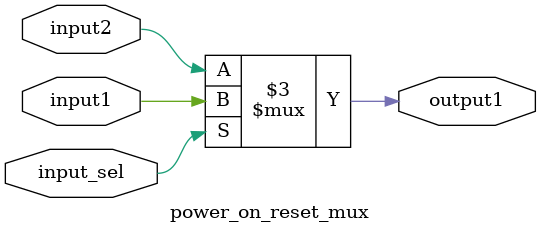
<source format=v>



module power_on_reset_counter(porc_clk, porc_rst_out, porc_sel_out);
    input porc_clk; // main clock signal
    output reg porc_sel_out;
    output reg porc_rst_out; // reset signal 
    reg [1:0] reset_counter = 2'b0; // 2-bit counter to count the fiporc_rst four clock cycles 
    reg count = 1'b1; 
    always @(posedge porc_clk) begin
        if(count == 1) begin
        reset_counter <= reset_counter + 2'b01;
            porc_rst_out <= 1;
            porc_sel_out <= 1;
        end
        if(reset_counter == 2'b01) begin
            count <= 0;
            porc_rst_out <= 0;
            porc_sel_out <= 0;
        end
        
    end
endmodule



module power_on_reset_mux(input1, input2, input_sel, output1);
    input wire input1, input2; // input1 is from power_on_reset_counter, input2 is from control unit
    input wire input_sel; // select line
    output reg output1; // output reset signal

    always @(*) begin
        if (input_sel) begin
            output1 = input1; // if sel is high, output is from power_on_reset_counter
        end else begin
            output1 = input2; // if sel is low, output is from control unit
        end
    end
endmodule
</source>
